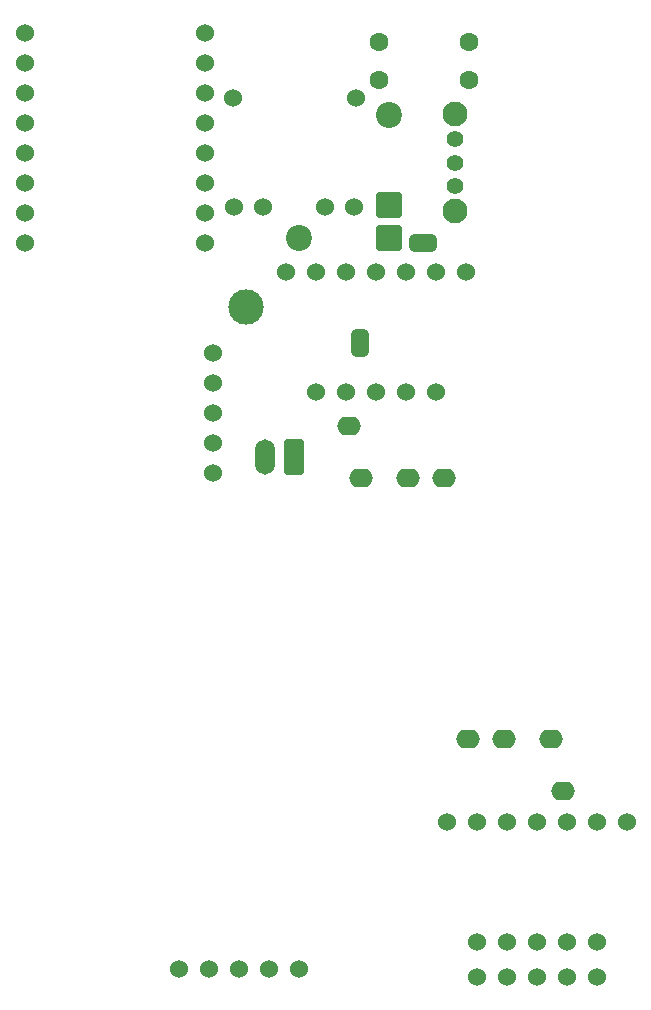
<source format=gbs>
G04 #@! TF.GenerationSoftware,KiCad,Pcbnew,9.0.2*
G04 #@! TF.CreationDate,2025-07-09T02:03:57-04:00*
G04 #@! TF.ProjectId,FBT,4642542e-6b69-4636-9164-5f7063625858,rev?*
G04 #@! TF.SameCoordinates,Original*
G04 #@! TF.FileFunction,Soldermask,Bot*
G04 #@! TF.FilePolarity,Negative*
%FSLAX46Y46*%
G04 Gerber Fmt 4.6, Leading zero omitted, Abs format (unit mm)*
G04 Created by KiCad (PCBNEW 9.0.2) date 2025-07-09 02:03:57*
%MOMM*%
%LPD*%
G01*
G04 APERTURE LIST*
G04 Aperture macros list*
%AMRoundRect*
0 Rectangle with rounded corners*
0 $1 Rounding radius*
0 $2 $3 $4 $5 $6 $7 $8 $9 X,Y pos of 4 corners*
0 Add a 4 corners polygon primitive as box body*
4,1,4,$2,$3,$4,$5,$6,$7,$8,$9,$2,$3,0*
0 Add four circle primitives for the rounded corners*
1,1,$1+$1,$2,$3*
1,1,$1+$1,$4,$5*
1,1,$1+$1,$6,$7*
1,1,$1+$1,$8,$9*
0 Add four rect primitives between the rounded corners*
20,1,$1+$1,$2,$3,$4,$5,0*
20,1,$1+$1,$4,$5,$6,$7,0*
20,1,$1+$1,$6,$7,$8,$9,0*
20,1,$1+$1,$8,$9,$2,$3,0*%
%AMFreePoly0*
4,1,23,0.500000,-0.750000,0.000000,-0.750000,0.000000,-0.745722,-0.065263,-0.745722,-0.191342,-0.711940,-0.304381,-0.646677,-0.396677,-0.554381,-0.461940,-0.441342,-0.495722,-0.315263,-0.495722,-0.250000,-0.500000,-0.250000,-0.500000,0.250000,-0.495722,0.250000,-0.495722,0.315263,-0.461940,0.441342,-0.396677,0.554381,-0.304381,0.646677,-0.191342,0.711940,-0.065263,0.745722,0.000000,0.745722,
0.000000,0.750000,0.500000,0.750000,0.500000,-0.750000,0.500000,-0.750000,$1*%
%AMFreePoly1*
4,1,23,0.000000,0.745722,0.065263,0.745722,0.191342,0.711940,0.304381,0.646677,0.396677,0.554381,0.461940,0.441342,0.495722,0.315263,0.495722,0.250000,0.500000,0.250000,0.500000,-0.250000,0.495722,-0.250000,0.495722,-0.315263,0.461940,-0.441342,0.396677,-0.554381,0.304381,-0.646677,0.191342,-0.711940,0.065263,-0.745722,0.000000,-0.745722,0.000000,-0.750000,-0.500000,-0.750000,
-0.500000,0.750000,0.000000,0.750000,0.000000,0.745722,0.000000,0.745722,$1*%
G04 Aperture macros list end*
%ADD10C,1.524000*%
%ADD11RoundRect,0.249999X0.850001X-0.850001X0.850001X0.850001X-0.850001X0.850001X-0.850001X-0.850001X0*%
%ADD12C,2.200000*%
%ADD13O,2.000000X1.600000*%
%ADD14RoundRect,0.249999X0.850001X0.850001X-0.850001X0.850001X-0.850001X-0.850001X0.850001X-0.850001X0*%
%ADD15C,2.100000*%
%ADD16C,1.400000*%
%ADD17RoundRect,0.250000X0.600000X1.250000X-0.600000X1.250000X-0.600000X-1.250000X0.600000X-1.250000X0*%
%ADD18O,1.700000X3.000000*%
%ADD19C,1.600000*%
%ADD20FreePoly0,180.000000*%
%ADD21FreePoly1,180.000000*%
%ADD22FreePoly0,270.000000*%
%ADD23FreePoly1,270.000000*%
%ADD24C,3.000000*%
G04 APERTURE END LIST*
G36*
X165150000Y-68300000D02*
G01*
X164850000Y-68300000D01*
X164850000Y-69800000D01*
X165150000Y-69800000D01*
X165150000Y-68300000D01*
G37*
G36*
X158950000Y-77350000D02*
G01*
X160450000Y-77350000D01*
X160450000Y-77650000D01*
X158950000Y-77650000D01*
X158950000Y-77350000D01*
G37*
D10*
X159300000Y-56800000D03*
X148900000Y-56800000D03*
X149000000Y-66000000D03*
X151500000Y-66000000D03*
X156700000Y-66000000D03*
X159200000Y-66000000D03*
X131316004Y-51261392D03*
X131316004Y-53801392D03*
X131316004Y-56341392D03*
X131316004Y-58881392D03*
X131316004Y-61421392D03*
X131316004Y-63961392D03*
X131316004Y-66501392D03*
X131276004Y-69041392D03*
X146516004Y-69041392D03*
X146516004Y-66501392D03*
X146516004Y-63961392D03*
X146516004Y-61421392D03*
X146516004Y-58881392D03*
X146516004Y-56341392D03*
X146516004Y-53801392D03*
X146516004Y-51261392D03*
D11*
X162100000Y-65800000D03*
D12*
X162100000Y-58180000D03*
D13*
X175850000Y-111000000D03*
X171850000Y-111000000D03*
X168850000Y-111000000D03*
X176850000Y-115400000D03*
D14*
X162100000Y-68600000D03*
D12*
X154480000Y-68600000D03*
D13*
X159755000Y-88900000D03*
X163755000Y-88900000D03*
X166755000Y-88900000D03*
X158755000Y-84500000D03*
D15*
X167700000Y-66350000D03*
X167700000Y-58150000D03*
D16*
X167700000Y-64250000D03*
X167700000Y-62250000D03*
X167700000Y-60250000D03*
D17*
X154100000Y-87200000D03*
D18*
X151600000Y-87200000D03*
D10*
X147200000Y-88480000D03*
X147200000Y-85940000D03*
X147200000Y-83400000D03*
X147200000Y-80860000D03*
X147200000Y-78320000D03*
X182260000Y-118100000D03*
X179720000Y-118100000D03*
X177180000Y-118100000D03*
X174640000Y-118100000D03*
X172100000Y-118100000D03*
X169560000Y-118100000D03*
X167020000Y-118100000D03*
X169560000Y-128260000D03*
X172100000Y-128260000D03*
X174640000Y-128260000D03*
X177180000Y-128260000D03*
X179720000Y-128260000D03*
X154524000Y-130476000D03*
X151984000Y-130476000D03*
X149444000Y-130476000D03*
X146904000Y-130476000D03*
X144364000Y-130476000D03*
X168640000Y-71500000D03*
X166100000Y-71500000D03*
X163560000Y-71500000D03*
X161020000Y-71500000D03*
X158480000Y-71500000D03*
X155940000Y-71500000D03*
X153400000Y-71500000D03*
X155940000Y-81660000D03*
X158480000Y-81660000D03*
X161020000Y-81660000D03*
X163560000Y-81660000D03*
X166100000Y-81660000D03*
D19*
X168870000Y-55200000D03*
X161250000Y-55200000D03*
X161280000Y-52000000D03*
X168900000Y-52000000D03*
D20*
X165650000Y-69050000D03*
D21*
X164350000Y-69050000D03*
D22*
X159700000Y-76850000D03*
D23*
X159700000Y-78150000D03*
D10*
X179720000Y-131180000D03*
X177180000Y-131180000D03*
X174640000Y-131180000D03*
X172100000Y-131180000D03*
X169560000Y-131180000D03*
D24*
X150000000Y-74500000D03*
M02*

</source>
